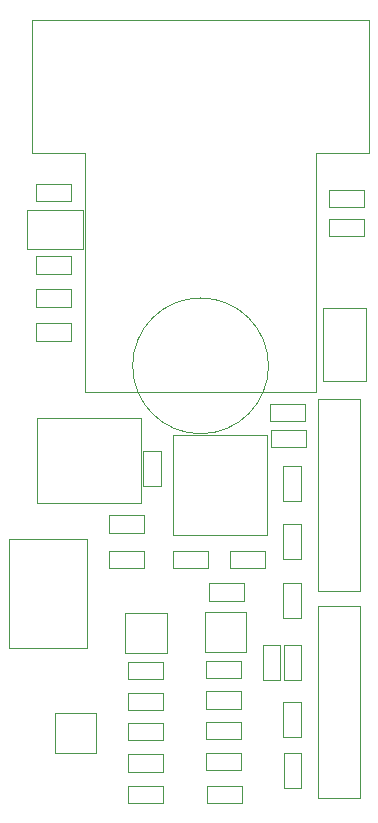
<source format=gbr>
G04 #@! TF.GenerationSoftware,KiCad,Pcbnew,(5.1.4)-1*
G04 #@! TF.CreationDate,2019-12-14T13:52:38+08:00*
G04 #@! TF.ProjectId,esp-break,6573702d-6272-4656-916b-2e6b69636164,rev?*
G04 #@! TF.SameCoordinates,Original*
G04 #@! TF.FileFunction,Other,User*
%FSLAX46Y46*%
G04 Gerber Fmt 4.6, Leading zero omitted, Abs format (unit mm)*
G04 Created by KiCad (PCBNEW (5.1.4)-1) date 2019-12-14 13:52:38*
%MOMM*%
%LPD*%
G04 APERTURE LIST*
%ADD10C,0.050000*%
G04 APERTURE END LIST*
D10*
X100392400Y-87475000D02*
X106992400Y-87475000D01*
X106992400Y-87475000D02*
X106992400Y-96675000D01*
X106992400Y-96675000D02*
X100392400Y-96675000D01*
X100392400Y-96675000D02*
X100392400Y-87475000D01*
X117087200Y-105619800D02*
X120047200Y-105619800D01*
X117087200Y-107079800D02*
X117087200Y-105619800D01*
X120047200Y-107079800D02*
X117087200Y-107079800D01*
X120047200Y-105619800D02*
X120047200Y-107079800D01*
X120047200Y-104438200D02*
X117087200Y-104438200D01*
X120047200Y-102978200D02*
X120047200Y-104438200D01*
X117087200Y-102978200D02*
X120047200Y-102978200D01*
X117087200Y-104438200D02*
X117087200Y-102978200D01*
X120047200Y-101847400D02*
X117087200Y-101847400D01*
X120047200Y-100387400D02*
X120047200Y-101847400D01*
X117087200Y-100387400D02*
X120047200Y-100387400D01*
X117087200Y-101847400D02*
X117087200Y-100387400D01*
X120044200Y-99256600D02*
X117084200Y-99256600D01*
X120044200Y-97796600D02*
X120044200Y-99256600D01*
X117084200Y-97796600D02*
X120044200Y-97796600D01*
X117084200Y-99256600D02*
X117084200Y-97796600D01*
X120054820Y-109843320D02*
X117094820Y-109843320D01*
X120054820Y-108383320D02*
X120054820Y-109843320D01*
X117094820Y-108383320D02*
X120054820Y-108383320D01*
X117094820Y-109843320D02*
X117094820Y-108383320D01*
X113417800Y-107181400D02*
X110457800Y-107181400D01*
X113417800Y-105721400D02*
X113417800Y-107181400D01*
X110457800Y-105721400D02*
X113417800Y-105721400D01*
X110457800Y-107181400D02*
X110457800Y-105721400D01*
X113389400Y-104489000D02*
X110429400Y-104489000D01*
X113389400Y-103029000D02*
X113389400Y-104489000D01*
X110429400Y-103029000D02*
X113389400Y-103029000D01*
X110429400Y-104489000D02*
X110429400Y-103029000D01*
X113414800Y-101949000D02*
X110454800Y-101949000D01*
X113414800Y-100489000D02*
X113414800Y-101949000D01*
X110454800Y-100489000D02*
X113414800Y-100489000D01*
X110454800Y-101949000D02*
X110454800Y-100489000D01*
X113414800Y-99358200D02*
X110454800Y-99358200D01*
X113414800Y-97898200D02*
X113414800Y-99358200D01*
X110454800Y-97898200D02*
X113414800Y-97898200D01*
X110454800Y-99358200D02*
X110454800Y-97898200D01*
X110457800Y-108370620D02*
X113417800Y-108370620D01*
X110457800Y-109830620D02*
X110457800Y-108370620D01*
X113417800Y-109830620D02*
X110457800Y-109830620D01*
X113417800Y-108370620D02*
X113417800Y-109830620D01*
X120222000Y-92703400D02*
X117262000Y-92703400D01*
X120222000Y-91243400D02*
X120222000Y-92703400D01*
X117262000Y-91243400D02*
X120222000Y-91243400D01*
X117262000Y-92703400D02*
X117262000Y-91243400D01*
X125063000Y-101263000D02*
X125063000Y-104223000D01*
X123603000Y-101263000D02*
X125063000Y-101263000D01*
X123603000Y-104223000D02*
X123603000Y-101263000D01*
X125063000Y-104223000D02*
X123603000Y-104223000D01*
X114217000Y-88500200D02*
X117177000Y-88500200D01*
X114217000Y-89960200D02*
X114217000Y-88500200D01*
X117177000Y-89960200D02*
X114217000Y-89960200D01*
X117177000Y-88500200D02*
X117177000Y-89960200D01*
X119093800Y-88500200D02*
X122053800Y-88500200D01*
X119093800Y-89960200D02*
X119093800Y-88500200D01*
X122053800Y-89960200D02*
X119093800Y-89960200D01*
X122053800Y-88500200D02*
X122053800Y-89960200D01*
X123603000Y-94190000D02*
X123603000Y-91230000D01*
X125063000Y-94190000D02*
X123603000Y-94190000D01*
X125063000Y-91230000D02*
X125063000Y-94190000D01*
X123603000Y-91230000D02*
X125063000Y-91230000D01*
X123603000Y-89211600D02*
X123603000Y-86251600D01*
X125063000Y-89211600D02*
X123603000Y-89211600D01*
X125063000Y-86251600D02*
X125063000Y-89211600D01*
X123603000Y-86251600D02*
X125063000Y-86251600D01*
X123603000Y-84284000D02*
X123603000Y-81324000D01*
X125063000Y-84284000D02*
X123603000Y-84284000D01*
X125063000Y-81324000D02*
X125063000Y-84284000D01*
X123603000Y-81324000D02*
X125063000Y-81324000D01*
X111766800Y-89934800D02*
X108806800Y-89934800D01*
X111766800Y-88474800D02*
X111766800Y-89934800D01*
X108806800Y-88474800D02*
X111766800Y-88474800D01*
X108806800Y-89934800D02*
X108806800Y-88474800D01*
X111766800Y-86937600D02*
X108806800Y-86937600D01*
X111766800Y-85477600D02*
X111766800Y-86937600D01*
X108806800Y-85477600D02*
X111766800Y-85477600D01*
X108806800Y-86937600D02*
X108806800Y-85477600D01*
X111738660Y-83001300D02*
X111738660Y-80041300D01*
X113198660Y-83001300D02*
X111738660Y-83001300D01*
X113198660Y-80041300D02*
X113198660Y-83001300D01*
X111738660Y-80041300D02*
X113198660Y-80041300D01*
X102663000Y-69221600D02*
X105623000Y-69221600D01*
X102663000Y-70681600D02*
X102663000Y-69221600D01*
X105623000Y-70681600D02*
X102663000Y-70681600D01*
X105623000Y-69221600D02*
X105623000Y-70681600D01*
X127425000Y-60405260D02*
X130385000Y-60405260D01*
X127425000Y-61865260D02*
X127425000Y-60405260D01*
X130385000Y-61865260D02*
X127425000Y-61865260D01*
X130385000Y-60405260D02*
X130385000Y-61865260D01*
X125068080Y-105596240D02*
X125068080Y-108556240D01*
X123608080Y-105596240D02*
X125068080Y-105596240D01*
X123608080Y-108556240D02*
X123608080Y-105596240D01*
X125068080Y-108556240D02*
X123608080Y-108556240D01*
X123310400Y-96487800D02*
X123310400Y-99447800D01*
X121850400Y-96487800D02*
X123310400Y-96487800D01*
X121850400Y-99447800D02*
X121850400Y-96487800D01*
X123310400Y-99447800D02*
X121850400Y-99447800D01*
X123608080Y-99440180D02*
X123608080Y-96480180D01*
X125068080Y-99440180D02*
X123608080Y-99440180D01*
X125068080Y-96480180D02*
X125068080Y-99440180D01*
X123608080Y-96480180D02*
X125068080Y-96480180D01*
X122497400Y-76028800D02*
X125457400Y-76028800D01*
X122497400Y-77488800D02*
X122497400Y-76028800D01*
X125457400Y-77488800D02*
X122497400Y-77488800D01*
X125457400Y-76028800D02*
X125457400Y-77488800D01*
X122522800Y-78264000D02*
X125482800Y-78264000D01*
X122522800Y-79724000D02*
X122522800Y-78264000D01*
X125482800Y-79724000D02*
X122522800Y-79724000D01*
X125482800Y-78264000D02*
X125482800Y-79724000D01*
X105617000Y-67811400D02*
X102657000Y-67811400D01*
X105617000Y-66351400D02*
X105617000Y-67811400D01*
X102657000Y-66351400D02*
X105617000Y-66351400D01*
X102657000Y-67811400D02*
X102657000Y-66351400D01*
X105617000Y-65017400D02*
X102657000Y-65017400D01*
X105617000Y-63557400D02*
X105617000Y-65017400D01*
X102657000Y-63557400D02*
X105617000Y-63557400D01*
X102657000Y-65017400D02*
X102657000Y-63557400D01*
X102682860Y-57410600D02*
X105642860Y-57410600D01*
X102682860Y-58870600D02*
X102682860Y-57410600D01*
X105642860Y-58870600D02*
X102682860Y-58870600D01*
X105642860Y-57410600D02*
X105642860Y-58870600D01*
X130390080Y-59353200D02*
X127430080Y-59353200D01*
X130390080Y-57893200D02*
X130390080Y-59353200D01*
X127430080Y-57893200D02*
X130390080Y-57893200D01*
X127430080Y-59353200D02*
X127430080Y-57893200D01*
X106667000Y-59614800D02*
X101867000Y-59614800D01*
X101867000Y-59614800D02*
X101867000Y-62914800D01*
X101867000Y-62914800D02*
X106667000Y-62914800D01*
X106667000Y-62914800D02*
X106667000Y-59614800D01*
X122336000Y-72821800D02*
G75*
G03X122336000Y-72821800I-5750000J0D01*
G01*
X106836000Y-75016000D02*
X106836000Y-54796000D01*
X106836000Y-75016000D02*
X126336000Y-75016000D01*
X126336000Y-54796000D02*
X126336000Y-75016000D01*
X102336000Y-43516000D02*
X130836000Y-43516000D01*
X102336000Y-43516000D02*
X102336000Y-54796000D01*
X130836000Y-43516000D02*
X130836000Y-54796000D01*
X102336000Y-54796000D02*
X106836000Y-54796000D01*
X126336000Y-54796000D02*
X130836000Y-54796000D01*
X114215600Y-87181000D02*
X114215600Y-78681000D01*
X122215600Y-87181000D02*
X114215600Y-87181000D01*
X122215600Y-78681000D02*
X122215600Y-87181000D01*
X114215600Y-78681000D02*
X122215600Y-78681000D01*
X126520800Y-75619200D02*
X126520800Y-91919200D01*
X126520800Y-91919200D02*
X130120800Y-91919200D01*
X130120800Y-91919200D02*
X130120800Y-75619200D01*
X130120800Y-75619200D02*
X126520800Y-75619200D01*
X130120800Y-93119800D02*
X126520800Y-93119800D01*
X130120800Y-109419800D02*
X130120800Y-93119800D01*
X126520800Y-109419800D02*
X130120800Y-109419800D01*
X126520800Y-93119800D02*
X126520800Y-109419800D01*
X126957680Y-67961100D02*
X126957680Y-74111100D01*
X126957680Y-74111100D02*
X130557680Y-74111100D01*
X130557680Y-74111100D02*
X130557680Y-67961100D01*
X130557680Y-67961100D02*
X126957680Y-67961100D01*
X113713200Y-97137200D02*
X110213200Y-97137200D01*
X113713200Y-93737200D02*
X113713200Y-97137200D01*
X110213200Y-93737200D02*
X113713200Y-93737200D01*
X110213200Y-97137200D02*
X110213200Y-93737200D01*
X116944200Y-97077000D02*
X116944200Y-93677000D01*
X116944200Y-93677000D02*
X120444200Y-93677000D01*
X120444200Y-93677000D02*
X120444200Y-97077000D01*
X120444200Y-97077000D02*
X116944200Y-97077000D01*
X111562200Y-77197400D02*
X102762200Y-77197400D01*
X111562200Y-84397400D02*
X111562200Y-77197400D01*
X102762200Y-84397400D02*
X111562200Y-84397400D01*
X102762200Y-77197400D02*
X102762200Y-84397400D01*
X104218800Y-105602000D02*
X104218800Y-102202000D01*
X104218800Y-102202000D02*
X107718800Y-102202000D01*
X107718800Y-102202000D02*
X107718800Y-105602000D01*
X107718800Y-105602000D02*
X104218800Y-105602000D01*
M02*

</source>
